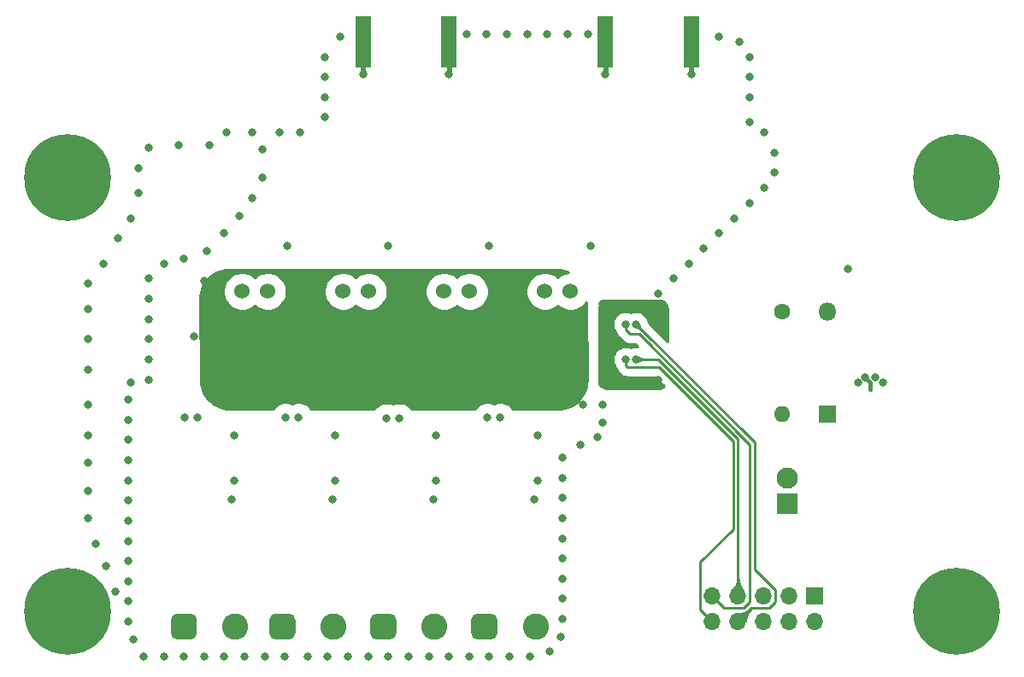
<source format=gbr>
G04 #@! TF.GenerationSoftware,KiCad,Pcbnew,5.1.6-c6e7f7d~87~ubuntu18.04.1*
G04 #@! TF.CreationDate,2021-01-06T16:55:31+00:00*
G04 #@! TF.ProjectId,multi-smtpa_linear,6d756c74-692d-4736-9d74-70615f6c696e,rev?*
G04 #@! TF.SameCoordinates,Original*
G04 #@! TF.FileFunction,Copper,L4,Bot*
G04 #@! TF.FilePolarity,Positive*
%FSLAX46Y46*%
G04 Gerber Fmt 4.6, Leading zero omitted, Abs format (unit mm)*
G04 Created by KiCad (PCBNEW 5.1.6-c6e7f7d~87~ubuntu18.04.1) date 2021-01-06 16:55:31*
%MOMM*%
%LPD*%
G01*
G04 APERTURE LIST*
G04 #@! TA.AperFunction,ComponentPad*
%ADD10C,1.524000*%
G04 #@! TD*
G04 #@! TA.AperFunction,ComponentPad*
%ADD11O,1.700000X1.700000*%
G04 #@! TD*
G04 #@! TA.AperFunction,ComponentPad*
%ADD12R,1.700000X1.700000*%
G04 #@! TD*
G04 #@! TA.AperFunction,ComponentPad*
%ADD13O,1.600000X1.600000*%
G04 #@! TD*
G04 #@! TA.AperFunction,ComponentPad*
%ADD14C,1.600000*%
G04 #@! TD*
G04 #@! TA.AperFunction,ComponentPad*
%ADD15C,2.600000*%
G04 #@! TD*
G04 #@! TA.AperFunction,SMDPad,CuDef*
%ADD16R,1.500000X5.080000*%
G04 #@! TD*
G04 #@! TA.AperFunction,ComponentPad*
%ADD17C,0.900000*%
G04 #@! TD*
G04 #@! TA.AperFunction,ComponentPad*
%ADD18C,8.600000*%
G04 #@! TD*
G04 #@! TA.AperFunction,ComponentPad*
%ADD19C,2.100000*%
G04 #@! TD*
G04 #@! TA.AperFunction,ComponentPad*
%ADD20R,2.100000X2.100000*%
G04 #@! TD*
G04 #@! TA.AperFunction,ComponentPad*
%ADD21O,1.800000X1.800000*%
G04 #@! TD*
G04 #@! TA.AperFunction,ComponentPad*
%ADD22R,1.800000X1.800000*%
G04 #@! TD*
G04 #@! TA.AperFunction,ViaPad*
%ADD23C,0.800000*%
G04 #@! TD*
G04 #@! TA.AperFunction,Conductor*
%ADD24C,0.450000*%
G04 #@! TD*
G04 #@! TA.AperFunction,Conductor*
%ADD25C,0.250000*%
G04 #@! TD*
G04 #@! TA.AperFunction,Conductor*
%ADD26C,0.254000*%
G04 #@! TD*
G04 #@! TA.AperFunction,Conductor*
%ADD27C,0.025400*%
G04 #@! TD*
G04 APERTURE END LIST*
D10*
X155790000Y-67250000D03*
X153250000Y-67250000D03*
X155790000Y-77250000D03*
X153250000Y-77250000D03*
X150710000Y-77250000D03*
X145790000Y-67250000D03*
X143250000Y-67250000D03*
X145790000Y-77250000D03*
X143250000Y-77250000D03*
X140710000Y-77250000D03*
X135790000Y-67250000D03*
X133250000Y-67250000D03*
X135790000Y-77250000D03*
X133250000Y-77250000D03*
X130710000Y-77250000D03*
X125790000Y-67250000D03*
X123250000Y-67250000D03*
X125790000Y-77250000D03*
X123250000Y-77250000D03*
X120710000Y-77250000D03*
D11*
X169840000Y-100000000D03*
X169840000Y-97460000D03*
X172380000Y-100000000D03*
X172380000Y-97460000D03*
X174920000Y-100000000D03*
X174920000Y-97460000D03*
X177460000Y-100000000D03*
X177460000Y-97460000D03*
X180000000Y-100000000D03*
D12*
X180000000Y-97460000D03*
D13*
X176750000Y-79410000D03*
D14*
X176750000Y-69250000D03*
G04 #@! TA.AperFunction,ComponentPad*
G36*
G01*
X145950000Y-101150000D02*
X145950000Y-99850000D01*
G75*
G02*
X146600000Y-99200000I650000J0D01*
G01*
X147900000Y-99200000D01*
G75*
G02*
X148550000Y-99850000I0J-650000D01*
G01*
X148550000Y-101150000D01*
G75*
G02*
X147900000Y-101800000I-650000J0D01*
G01*
X146600000Y-101800000D01*
G75*
G02*
X145950000Y-101150000I0J650000D01*
G01*
G37*
G04 #@! TD.AperFunction*
D15*
X152330000Y-100500000D03*
G04 #@! TA.AperFunction,ComponentPad*
G36*
G01*
X135950000Y-101150000D02*
X135950000Y-99850000D01*
G75*
G02*
X136600000Y-99200000I650000J0D01*
G01*
X137900000Y-99200000D01*
G75*
G02*
X138550000Y-99850000I0J-650000D01*
G01*
X138550000Y-101150000D01*
G75*
G02*
X137900000Y-101800000I-650000J0D01*
G01*
X136600000Y-101800000D01*
G75*
G02*
X135950000Y-101150000I0J650000D01*
G01*
G37*
G04 #@! TD.AperFunction*
X142330000Y-100500000D03*
G04 #@! TA.AperFunction,ComponentPad*
G36*
G01*
X125950000Y-101150000D02*
X125950000Y-99850000D01*
G75*
G02*
X126600000Y-99200000I650000J0D01*
G01*
X127900000Y-99200000D01*
G75*
G02*
X128550000Y-99850000I0J-650000D01*
G01*
X128550000Y-101150000D01*
G75*
G02*
X127900000Y-101800000I-650000J0D01*
G01*
X126600000Y-101800000D01*
G75*
G02*
X125950000Y-101150000I0J650000D01*
G01*
G37*
G04 #@! TD.AperFunction*
X132330000Y-100500000D03*
G04 #@! TA.AperFunction,ComponentPad*
G36*
G01*
X116200000Y-101150000D02*
X116200000Y-99850000D01*
G75*
G02*
X116850000Y-99200000I650000J0D01*
G01*
X118150000Y-99200000D01*
G75*
G02*
X118800000Y-99850000I0J-650000D01*
G01*
X118800000Y-101150000D01*
G75*
G02*
X118150000Y-101800000I-650000J0D01*
G01*
X116850000Y-101800000D01*
G75*
G02*
X116200000Y-101150000I0J650000D01*
G01*
G37*
G04 #@! TD.AperFunction*
X122580000Y-100500000D03*
D16*
X167750000Y-42500000D03*
X159250000Y-42500000D03*
D17*
X108280419Y-53719581D03*
X106000000Y-52775000D03*
X103719581Y-53719581D03*
X102775000Y-56000000D03*
X103719581Y-58280419D03*
X106000000Y-59225000D03*
X108280419Y-58280419D03*
X109225000Y-56000000D03*
D18*
X106000000Y-56000000D03*
D17*
X196280419Y-53719581D03*
X194000000Y-52775000D03*
X191719581Y-53719581D03*
X190775000Y-56000000D03*
X191719581Y-58280419D03*
X194000000Y-59225000D03*
X196280419Y-58280419D03*
X197225000Y-56000000D03*
D18*
X194000000Y-56000000D03*
D17*
X108280419Y-96719581D03*
X106000000Y-95775000D03*
X103719581Y-96719581D03*
X102775000Y-99000000D03*
X103719581Y-101280419D03*
X106000000Y-102225000D03*
X108280419Y-101280419D03*
X109225000Y-99000000D03*
D18*
X106000000Y-99000000D03*
D17*
X196280419Y-96719581D03*
X194000000Y-95775000D03*
X191719581Y-96719581D03*
X190775000Y-99000000D03*
X191719581Y-101280419D03*
X194000000Y-102225000D03*
X196280419Y-101280419D03*
X197225000Y-99000000D03*
D18*
X194000000Y-99000000D03*
D16*
X135250000Y-42500000D03*
X143750000Y-42500000D03*
D19*
X177250000Y-85810000D03*
D20*
X177250000Y-88350000D03*
D21*
X181250000Y-69250000D03*
D22*
X181250000Y-79410000D03*
D23*
X159000000Y-74500000D03*
X159000000Y-76500000D03*
X159000000Y-78500000D03*
X159000000Y-72500000D03*
X155000000Y-85750000D03*
X155000000Y-83750000D03*
X155000000Y-97750000D03*
X155000000Y-93750000D03*
X155000000Y-99750000D03*
X154800000Y-101500000D03*
X155000000Y-95750000D03*
X155000000Y-91750000D03*
X155000000Y-87750000D03*
X155000000Y-89750000D03*
X149750000Y-103500000D03*
X153700000Y-103000000D03*
X147750000Y-103500000D03*
X145750000Y-103500000D03*
X151750000Y-103500000D03*
X133750000Y-103500000D03*
X137750000Y-103500000D03*
X131750000Y-103500000D03*
X129750000Y-103500000D03*
X135750000Y-103500000D03*
X139750000Y-103500000D03*
X143750000Y-103500000D03*
X141750000Y-103500000D03*
X123500000Y-103500000D03*
X121500000Y-103500000D03*
X119500000Y-103500000D03*
X117500000Y-103500000D03*
X113500000Y-103500000D03*
X115500000Y-103500000D03*
X112000000Y-100000000D03*
X114000000Y-53000000D03*
X132200000Y-87900000D03*
X142200000Y-87900000D03*
X152200000Y-87900000D03*
X127750000Y-62750000D03*
X137750000Y-62750000D03*
X147750000Y-62750000D03*
X157750000Y-62750000D03*
X119500000Y-66250000D03*
X118500000Y-71750000D03*
X149500000Y-66250000D03*
X148750000Y-71750000D03*
X139500000Y-66250000D03*
X138750000Y-71750000D03*
X128500000Y-71750000D03*
X129500000Y-66250000D03*
X183250000Y-65000000D03*
X155500000Y-41750000D03*
X153500000Y-41750000D03*
X151500000Y-41750000D03*
X149500000Y-41750000D03*
X145500000Y-41750000D03*
X147500000Y-41750000D03*
X124000000Y-71000000D03*
X123000000Y-71000000D03*
X133000000Y-71000000D03*
X134000000Y-71000000D03*
X143200000Y-71000000D03*
X144200000Y-71000000D03*
X153000000Y-71000000D03*
X154000000Y-71000000D03*
X122200000Y-87900000D03*
X124600000Y-73600000D03*
X134600000Y-73600000D03*
X144800000Y-73600000D03*
X154600000Y-73600000D03*
X112000000Y-98000000D03*
X112000000Y-96000000D03*
X112000000Y-94000000D03*
X112000000Y-92000000D03*
X112000000Y-90000000D03*
X112000000Y-88000000D03*
X112000000Y-86000000D03*
X112000000Y-84000000D03*
X112000000Y-82000000D03*
X112000000Y-80000000D03*
X112000000Y-78000000D03*
X112250000Y-76250000D03*
X114000000Y-76000000D03*
X114000000Y-74000000D03*
X114000000Y-72000000D03*
X114000000Y-70000000D03*
X114000000Y-68000000D03*
X114000000Y-66000000D03*
X115500000Y-64500000D03*
X117500000Y-64000000D03*
X125250000Y-53200000D03*
X124250000Y-51500000D03*
X120000000Y-52750000D03*
X117000000Y-52750000D03*
X113000000Y-55000000D03*
X113000000Y-57500000D03*
X112250000Y-60000000D03*
X111000000Y-62000000D03*
X109500000Y-64500000D03*
X108000000Y-66500000D03*
X154500000Y-76000000D03*
X157000000Y-78500000D03*
X154500000Y-78500000D03*
X157000000Y-76000000D03*
X152000000Y-76000000D03*
X152000000Y-78500000D03*
X142000000Y-78500000D03*
X144500000Y-78500000D03*
X144500000Y-76000000D03*
X142000000Y-76000000D03*
X132000000Y-78500000D03*
X134500000Y-78500000D03*
X134500000Y-76000000D03*
X132000000Y-76000000D03*
X122000000Y-78500000D03*
X124500000Y-78500000D03*
X124500000Y-76000000D03*
X122000000Y-76000000D03*
X108000000Y-69000000D03*
X110750000Y-97000000D03*
X109750000Y-94500000D03*
X108750000Y-92250000D03*
X108000000Y-89750000D03*
X108000000Y-87000000D03*
X108000000Y-84250000D03*
X108000000Y-81500000D03*
X108000000Y-78500000D03*
X108000000Y-75000000D03*
X108000000Y-72000000D03*
X125500000Y-103500000D03*
X127500000Y-103500000D03*
X112500000Y-101750000D03*
X156750000Y-82500000D03*
X158500000Y-81750000D03*
X159000000Y-80250000D03*
X159250000Y-45750000D03*
X167750000Y-45750000D03*
X157500000Y-41750000D03*
X143750000Y-45750000D03*
X135250000Y-45750000D03*
X119750000Y-63250000D03*
X121500000Y-61500000D03*
X125300000Y-56000000D03*
X124250000Y-58000000D03*
X123000000Y-59750000D03*
X121750000Y-51500000D03*
X159000000Y-70500000D03*
X159000000Y-68500000D03*
X161000000Y-68500000D03*
X163000000Y-68500000D03*
X164500000Y-67500000D03*
X166000000Y-66000000D03*
X167500000Y-64500000D03*
X169000000Y-63000000D03*
X170500000Y-61500000D03*
X172000000Y-60000000D03*
X173500000Y-58500000D03*
X175000000Y-57000000D03*
X176000000Y-55500000D03*
X176000000Y-53500000D03*
X175000000Y-51500000D03*
X165000000Y-69500000D03*
X165000000Y-71500000D03*
X161000000Y-76500000D03*
X163000000Y-76500000D03*
X164500000Y-76000000D03*
X122500000Y-81500000D03*
X132500000Y-81500000D03*
X142500000Y-81500000D03*
X152500000Y-81500000D03*
X127000000Y-51500000D03*
X129000000Y-51500000D03*
X131500000Y-50000000D03*
X131500000Y-48000000D03*
X131500000Y-46000000D03*
X131500000Y-44000000D03*
X133000000Y-42000000D03*
X173500000Y-50500000D03*
X173500000Y-48000000D03*
X173500000Y-46000000D03*
X173500000Y-44000000D03*
X172500000Y-42500000D03*
X170500000Y-42000000D03*
X185000000Y-75750000D03*
X186000000Y-75750000D03*
X184250000Y-76250000D03*
X186750000Y-76250000D03*
X122500000Y-86000000D03*
X132500000Y-86000000D03*
X142500000Y-86000000D03*
X152500000Y-86000000D03*
X127571500Y-79794100D03*
X128841500Y-79794100D03*
X147561300Y-79794100D03*
X148831300Y-79794100D03*
X118821200Y-79794100D03*
X117563900Y-79794100D03*
X137553700Y-79806800D03*
X138849100Y-79806800D03*
X161250000Y-74000000D03*
X161250000Y-70500000D03*
X162250000Y-70500000D03*
X162250000Y-74000000D03*
D24*
X159250000Y-45750000D02*
X159250000Y-42500000D01*
X167750000Y-42500000D02*
X167750000Y-45750000D01*
X143750000Y-45750000D02*
X143750000Y-42500000D01*
X135250000Y-42500000D02*
X135250000Y-45750000D01*
X185000000Y-75750000D02*
X185500000Y-76250000D01*
X185500000Y-76250000D02*
X185500000Y-77000000D01*
D25*
X161434315Y-74750000D02*
X164590770Y-74750000D01*
X161250000Y-74000000D02*
X161250000Y-74565685D01*
X161250000Y-74565685D02*
X161434315Y-74750000D01*
X164590770Y-74750000D02*
X171929990Y-82089220D01*
X171929990Y-82089220D02*
X171929990Y-90820010D01*
X168664999Y-98824999D02*
X169840000Y-100000000D01*
X168664999Y-94085001D02*
X168664999Y-98824999D01*
X171929990Y-90820010D02*
X168664999Y-94085001D01*
X161684315Y-71500000D02*
X162613590Y-71500000D01*
X161250000Y-70500000D02*
X161250000Y-71065685D01*
X161250000Y-71065685D02*
X161684315Y-71500000D01*
X173555001Y-82441411D02*
X162613590Y-71500000D01*
X173555001Y-98024001D02*
X173555001Y-82441411D01*
X172944001Y-98635001D02*
X173555001Y-98024001D01*
X171015001Y-98635001D02*
X172944001Y-98635001D01*
X169840000Y-97460000D02*
X171015001Y-98635001D01*
X175484001Y-98635001D02*
X173744999Y-98635001D01*
X173744999Y-98635001D02*
X172380000Y-100000000D01*
X176095001Y-98024001D02*
X175484001Y-98635001D01*
X176095001Y-96895999D02*
X174005011Y-94806009D01*
X176095001Y-98024001D02*
X176095001Y-96895999D01*
X174005011Y-94806009D02*
X174005011Y-82255011D01*
X174005011Y-82255011D02*
X162250000Y-70500000D01*
X172380000Y-97460000D02*
X172380000Y-81902820D01*
X172380000Y-81902820D02*
X164477180Y-74000000D01*
X164477180Y-74000000D02*
X162250000Y-74000000D01*
D26*
G36*
X154460978Y-65125270D02*
G01*
X154784173Y-65143495D01*
X155099836Y-65196977D01*
X155407572Y-65285246D01*
X155595504Y-65362680D01*
X155238999Y-65433593D01*
X154895223Y-65575990D01*
X154585833Y-65782718D01*
X154520000Y-65848551D01*
X154454167Y-65782718D01*
X154144777Y-65575990D01*
X153801001Y-65433593D01*
X153436050Y-65361000D01*
X153063950Y-65361000D01*
X152698999Y-65433593D01*
X152355223Y-65575990D01*
X152045833Y-65782718D01*
X151782718Y-66045833D01*
X151575990Y-66355223D01*
X151433593Y-66698999D01*
X151361000Y-67063950D01*
X151361000Y-67436050D01*
X151433593Y-67801001D01*
X151575990Y-68144777D01*
X151782718Y-68454167D01*
X152045833Y-68717282D01*
X152355223Y-68924010D01*
X152698999Y-69066407D01*
X153063950Y-69139000D01*
X153436050Y-69139000D01*
X153801001Y-69066407D01*
X154144777Y-68924010D01*
X154454167Y-68717282D01*
X154520000Y-68651449D01*
X154585833Y-68717282D01*
X154895223Y-68924010D01*
X155238999Y-69066407D01*
X155603950Y-69139000D01*
X155976050Y-69139000D01*
X156341001Y-69066407D01*
X156684777Y-68924010D01*
X156994167Y-68717282D01*
X157257282Y-68454167D01*
X157339044Y-68331802D01*
X157409705Y-76013036D01*
X157394225Y-76340408D01*
X157342531Y-76660427D01*
X157255115Y-76972581D01*
X157133091Y-77272896D01*
X156978010Y-77557552D01*
X156791844Y-77822928D01*
X156576966Y-78065643D01*
X156336114Y-78282603D01*
X156072361Y-78471041D01*
X155789040Y-78628576D01*
X155489785Y-78753185D01*
X155178408Y-78843284D01*
X154858842Y-78897734D01*
X154531601Y-78916035D01*
X150079373Y-78913445D01*
X150017399Y-78820694D01*
X149804706Y-78608001D01*
X149554606Y-78440890D01*
X149276710Y-78325781D01*
X148981696Y-78267100D01*
X148680904Y-78267100D01*
X148385890Y-78325781D01*
X148196300Y-78404312D01*
X148006710Y-78325781D01*
X147711696Y-78267100D01*
X147410904Y-78267100D01*
X147115890Y-78325781D01*
X146837994Y-78440890D01*
X146587894Y-78608001D01*
X146375201Y-78820694D01*
X146314691Y-78911254D01*
X140084801Y-78907629D01*
X140035199Y-78833394D01*
X139822506Y-78620701D01*
X139572406Y-78453590D01*
X139294510Y-78338481D01*
X138999496Y-78279800D01*
X138698704Y-78279800D01*
X138403690Y-78338481D01*
X138201400Y-78422273D01*
X137999110Y-78338481D01*
X137704096Y-78279800D01*
X137403304Y-78279800D01*
X137108290Y-78338481D01*
X136830394Y-78453590D01*
X136580294Y-78620701D01*
X136367601Y-78833394D01*
X136319462Y-78905439D01*
X130081798Y-78901809D01*
X130027599Y-78820694D01*
X129814906Y-78608001D01*
X129564806Y-78440890D01*
X129286910Y-78325781D01*
X128991896Y-78267100D01*
X128691104Y-78267100D01*
X128396090Y-78325781D01*
X128206500Y-78404312D01*
X128016910Y-78325781D01*
X127721896Y-78267100D01*
X127421104Y-78267100D01*
X127126090Y-78325781D01*
X126848194Y-78440890D01*
X126598094Y-78608001D01*
X126385401Y-78820694D01*
X126332659Y-78899628D01*
X122039022Y-78897130D01*
X121715827Y-78878905D01*
X121400164Y-78825423D01*
X121092428Y-78737154D01*
X120796410Y-78615185D01*
X120515811Y-78461040D01*
X120254108Y-78276632D01*
X120014533Y-78064235D01*
X119800096Y-77826518D01*
X119613433Y-77566404D01*
X119456877Y-77287147D01*
X119332363Y-76992191D01*
X119241443Y-76685217D01*
X119185244Y-76370033D01*
X119164235Y-76047026D01*
X119090295Y-68009364D01*
X119105775Y-67681992D01*
X119157469Y-67361973D01*
X119240927Y-67063950D01*
X121361000Y-67063950D01*
X121361000Y-67436050D01*
X121433593Y-67801001D01*
X121575990Y-68144777D01*
X121782718Y-68454167D01*
X122045833Y-68717282D01*
X122355223Y-68924010D01*
X122698999Y-69066407D01*
X123063950Y-69139000D01*
X123436050Y-69139000D01*
X123801001Y-69066407D01*
X124144777Y-68924010D01*
X124454167Y-68717282D01*
X124520000Y-68651449D01*
X124585833Y-68717282D01*
X124895223Y-68924010D01*
X125238999Y-69066407D01*
X125603950Y-69139000D01*
X125976050Y-69139000D01*
X126341001Y-69066407D01*
X126684777Y-68924010D01*
X126994167Y-68717282D01*
X127257282Y-68454167D01*
X127464010Y-68144777D01*
X127606407Y-67801001D01*
X127679000Y-67436050D01*
X127679000Y-67063950D01*
X131361000Y-67063950D01*
X131361000Y-67436050D01*
X131433593Y-67801001D01*
X131575990Y-68144777D01*
X131782718Y-68454167D01*
X132045833Y-68717282D01*
X132355223Y-68924010D01*
X132698999Y-69066407D01*
X133063950Y-69139000D01*
X133436050Y-69139000D01*
X133801001Y-69066407D01*
X134144777Y-68924010D01*
X134454167Y-68717282D01*
X134520000Y-68651449D01*
X134585833Y-68717282D01*
X134895223Y-68924010D01*
X135238999Y-69066407D01*
X135603950Y-69139000D01*
X135976050Y-69139000D01*
X136341001Y-69066407D01*
X136684777Y-68924010D01*
X136994167Y-68717282D01*
X137257282Y-68454167D01*
X137464010Y-68144777D01*
X137606407Y-67801001D01*
X137679000Y-67436050D01*
X137679000Y-67063950D01*
X141361000Y-67063950D01*
X141361000Y-67436050D01*
X141433593Y-67801001D01*
X141575990Y-68144777D01*
X141782718Y-68454167D01*
X142045833Y-68717282D01*
X142355223Y-68924010D01*
X142698999Y-69066407D01*
X143063950Y-69139000D01*
X143436050Y-69139000D01*
X143801001Y-69066407D01*
X144144777Y-68924010D01*
X144454167Y-68717282D01*
X144520000Y-68651449D01*
X144585833Y-68717282D01*
X144895223Y-68924010D01*
X145238999Y-69066407D01*
X145603950Y-69139000D01*
X145976050Y-69139000D01*
X146341001Y-69066407D01*
X146684777Y-68924010D01*
X146994167Y-68717282D01*
X147257282Y-68454167D01*
X147464010Y-68144777D01*
X147606407Y-67801001D01*
X147679000Y-67436050D01*
X147679000Y-67063950D01*
X147606407Y-66698999D01*
X147464010Y-66355223D01*
X147257282Y-66045833D01*
X146994167Y-65782718D01*
X146684777Y-65575990D01*
X146341001Y-65433593D01*
X145976050Y-65361000D01*
X145603950Y-65361000D01*
X145238999Y-65433593D01*
X144895223Y-65575990D01*
X144585833Y-65782718D01*
X144520000Y-65848551D01*
X144454167Y-65782718D01*
X144144777Y-65575990D01*
X143801001Y-65433593D01*
X143436050Y-65361000D01*
X143063950Y-65361000D01*
X142698999Y-65433593D01*
X142355223Y-65575990D01*
X142045833Y-65782718D01*
X141782718Y-66045833D01*
X141575990Y-66355223D01*
X141433593Y-66698999D01*
X141361000Y-67063950D01*
X137679000Y-67063950D01*
X137606407Y-66698999D01*
X137464010Y-66355223D01*
X137257282Y-66045833D01*
X136994167Y-65782718D01*
X136684777Y-65575990D01*
X136341001Y-65433593D01*
X135976050Y-65361000D01*
X135603950Y-65361000D01*
X135238999Y-65433593D01*
X134895223Y-65575990D01*
X134585833Y-65782718D01*
X134520000Y-65848551D01*
X134454167Y-65782718D01*
X134144777Y-65575990D01*
X133801001Y-65433593D01*
X133436050Y-65361000D01*
X133063950Y-65361000D01*
X132698999Y-65433593D01*
X132355223Y-65575990D01*
X132045833Y-65782718D01*
X131782718Y-66045833D01*
X131575990Y-66355223D01*
X131433593Y-66698999D01*
X131361000Y-67063950D01*
X127679000Y-67063950D01*
X127606407Y-66698999D01*
X127464010Y-66355223D01*
X127257282Y-66045833D01*
X126994167Y-65782718D01*
X126684777Y-65575990D01*
X126341001Y-65433593D01*
X125976050Y-65361000D01*
X125603950Y-65361000D01*
X125238999Y-65433593D01*
X124895223Y-65575990D01*
X124585833Y-65782718D01*
X124520000Y-65848551D01*
X124454167Y-65782718D01*
X124144777Y-65575990D01*
X123801001Y-65433593D01*
X123436050Y-65361000D01*
X123063950Y-65361000D01*
X122698999Y-65433593D01*
X122355223Y-65575990D01*
X122045833Y-65782718D01*
X121782718Y-66045833D01*
X121575990Y-66355223D01*
X121433593Y-66698999D01*
X121361000Y-67063950D01*
X119240927Y-67063950D01*
X119244885Y-67049819D01*
X119366909Y-66749504D01*
X119521990Y-66464848D01*
X119708156Y-66199472D01*
X119923034Y-65956757D01*
X120163886Y-65739797D01*
X120427639Y-65551359D01*
X120710960Y-65393824D01*
X121010215Y-65269215D01*
X121321592Y-65179116D01*
X121641158Y-65124666D01*
X121968399Y-65106365D01*
X154460978Y-65125270D01*
G37*
X154460978Y-65125270D02*
X154784173Y-65143495D01*
X155099836Y-65196977D01*
X155407572Y-65285246D01*
X155595504Y-65362680D01*
X155238999Y-65433593D01*
X154895223Y-65575990D01*
X154585833Y-65782718D01*
X154520000Y-65848551D01*
X154454167Y-65782718D01*
X154144777Y-65575990D01*
X153801001Y-65433593D01*
X153436050Y-65361000D01*
X153063950Y-65361000D01*
X152698999Y-65433593D01*
X152355223Y-65575990D01*
X152045833Y-65782718D01*
X151782718Y-66045833D01*
X151575990Y-66355223D01*
X151433593Y-66698999D01*
X151361000Y-67063950D01*
X151361000Y-67436050D01*
X151433593Y-67801001D01*
X151575990Y-68144777D01*
X151782718Y-68454167D01*
X152045833Y-68717282D01*
X152355223Y-68924010D01*
X152698999Y-69066407D01*
X153063950Y-69139000D01*
X153436050Y-69139000D01*
X153801001Y-69066407D01*
X154144777Y-68924010D01*
X154454167Y-68717282D01*
X154520000Y-68651449D01*
X154585833Y-68717282D01*
X154895223Y-68924010D01*
X155238999Y-69066407D01*
X155603950Y-69139000D01*
X155976050Y-69139000D01*
X156341001Y-69066407D01*
X156684777Y-68924010D01*
X156994167Y-68717282D01*
X157257282Y-68454167D01*
X157339044Y-68331802D01*
X157409705Y-76013036D01*
X157394225Y-76340408D01*
X157342531Y-76660427D01*
X157255115Y-76972581D01*
X157133091Y-77272896D01*
X156978010Y-77557552D01*
X156791844Y-77822928D01*
X156576966Y-78065643D01*
X156336114Y-78282603D01*
X156072361Y-78471041D01*
X155789040Y-78628576D01*
X155489785Y-78753185D01*
X155178408Y-78843284D01*
X154858842Y-78897734D01*
X154531601Y-78916035D01*
X150079373Y-78913445D01*
X150017399Y-78820694D01*
X149804706Y-78608001D01*
X149554606Y-78440890D01*
X149276710Y-78325781D01*
X148981696Y-78267100D01*
X148680904Y-78267100D01*
X148385890Y-78325781D01*
X148196300Y-78404312D01*
X148006710Y-78325781D01*
X147711696Y-78267100D01*
X147410904Y-78267100D01*
X147115890Y-78325781D01*
X146837994Y-78440890D01*
X146587894Y-78608001D01*
X146375201Y-78820694D01*
X146314691Y-78911254D01*
X140084801Y-78907629D01*
X140035199Y-78833394D01*
X139822506Y-78620701D01*
X139572406Y-78453590D01*
X139294510Y-78338481D01*
X138999496Y-78279800D01*
X138698704Y-78279800D01*
X138403690Y-78338481D01*
X138201400Y-78422273D01*
X137999110Y-78338481D01*
X137704096Y-78279800D01*
X137403304Y-78279800D01*
X137108290Y-78338481D01*
X136830394Y-78453590D01*
X136580294Y-78620701D01*
X136367601Y-78833394D01*
X136319462Y-78905439D01*
X130081798Y-78901809D01*
X130027599Y-78820694D01*
X129814906Y-78608001D01*
X129564806Y-78440890D01*
X129286910Y-78325781D01*
X128991896Y-78267100D01*
X128691104Y-78267100D01*
X128396090Y-78325781D01*
X128206500Y-78404312D01*
X128016910Y-78325781D01*
X127721896Y-78267100D01*
X127421104Y-78267100D01*
X127126090Y-78325781D01*
X126848194Y-78440890D01*
X126598094Y-78608001D01*
X126385401Y-78820694D01*
X126332659Y-78899628D01*
X122039022Y-78897130D01*
X121715827Y-78878905D01*
X121400164Y-78825423D01*
X121092428Y-78737154D01*
X120796410Y-78615185D01*
X120515811Y-78461040D01*
X120254108Y-78276632D01*
X120014533Y-78064235D01*
X119800096Y-77826518D01*
X119613433Y-77566404D01*
X119456877Y-77287147D01*
X119332363Y-76992191D01*
X119241443Y-76685217D01*
X119185244Y-76370033D01*
X119164235Y-76047026D01*
X119090295Y-68009364D01*
X119105775Y-67681992D01*
X119157469Y-67361973D01*
X119240927Y-67063950D01*
X121361000Y-67063950D01*
X121361000Y-67436050D01*
X121433593Y-67801001D01*
X121575990Y-68144777D01*
X121782718Y-68454167D01*
X122045833Y-68717282D01*
X122355223Y-68924010D01*
X122698999Y-69066407D01*
X123063950Y-69139000D01*
X123436050Y-69139000D01*
X123801001Y-69066407D01*
X124144777Y-68924010D01*
X124454167Y-68717282D01*
X124520000Y-68651449D01*
X124585833Y-68717282D01*
X124895223Y-68924010D01*
X125238999Y-69066407D01*
X125603950Y-69139000D01*
X125976050Y-69139000D01*
X126341001Y-69066407D01*
X126684777Y-68924010D01*
X126994167Y-68717282D01*
X127257282Y-68454167D01*
X127464010Y-68144777D01*
X127606407Y-67801001D01*
X127679000Y-67436050D01*
X127679000Y-67063950D01*
X131361000Y-67063950D01*
X131361000Y-67436050D01*
X131433593Y-67801001D01*
X131575990Y-68144777D01*
X131782718Y-68454167D01*
X132045833Y-68717282D01*
X132355223Y-68924010D01*
X132698999Y-69066407D01*
X133063950Y-69139000D01*
X133436050Y-69139000D01*
X133801001Y-69066407D01*
X134144777Y-68924010D01*
X134454167Y-68717282D01*
X134520000Y-68651449D01*
X134585833Y-68717282D01*
X134895223Y-68924010D01*
X135238999Y-69066407D01*
X135603950Y-69139000D01*
X135976050Y-69139000D01*
X136341001Y-69066407D01*
X136684777Y-68924010D01*
X136994167Y-68717282D01*
X137257282Y-68454167D01*
X137464010Y-68144777D01*
X137606407Y-67801001D01*
X137679000Y-67436050D01*
X137679000Y-67063950D01*
X141361000Y-67063950D01*
X141361000Y-67436050D01*
X141433593Y-67801001D01*
X141575990Y-68144777D01*
X141782718Y-68454167D01*
X142045833Y-68717282D01*
X142355223Y-68924010D01*
X142698999Y-69066407D01*
X143063950Y-69139000D01*
X143436050Y-69139000D01*
X143801001Y-69066407D01*
X144144777Y-68924010D01*
X144454167Y-68717282D01*
X144520000Y-68651449D01*
X144585833Y-68717282D01*
X144895223Y-68924010D01*
X145238999Y-69066407D01*
X145603950Y-69139000D01*
X145976050Y-69139000D01*
X146341001Y-69066407D01*
X146684777Y-68924010D01*
X146994167Y-68717282D01*
X147257282Y-68454167D01*
X147464010Y-68144777D01*
X147606407Y-67801001D01*
X147679000Y-67436050D01*
X147679000Y-67063950D01*
X147606407Y-66698999D01*
X147464010Y-66355223D01*
X147257282Y-66045833D01*
X146994167Y-65782718D01*
X146684777Y-65575990D01*
X146341001Y-65433593D01*
X145976050Y-65361000D01*
X145603950Y-65361000D01*
X145238999Y-65433593D01*
X144895223Y-65575990D01*
X144585833Y-65782718D01*
X144520000Y-65848551D01*
X144454167Y-65782718D01*
X144144777Y-65575990D01*
X143801001Y-65433593D01*
X143436050Y-65361000D01*
X143063950Y-65361000D01*
X142698999Y-65433593D01*
X142355223Y-65575990D01*
X142045833Y-65782718D01*
X141782718Y-66045833D01*
X141575990Y-66355223D01*
X141433593Y-66698999D01*
X141361000Y-67063950D01*
X137679000Y-67063950D01*
X137606407Y-66698999D01*
X137464010Y-66355223D01*
X137257282Y-66045833D01*
X136994167Y-65782718D01*
X136684777Y-65575990D01*
X136341001Y-65433593D01*
X135976050Y-65361000D01*
X135603950Y-65361000D01*
X135238999Y-65433593D01*
X134895223Y-65575990D01*
X134585833Y-65782718D01*
X134520000Y-65848551D01*
X134454167Y-65782718D01*
X134144777Y-65575990D01*
X133801001Y-65433593D01*
X133436050Y-65361000D01*
X133063950Y-65361000D01*
X132698999Y-65433593D01*
X132355223Y-65575990D01*
X132045833Y-65782718D01*
X131782718Y-66045833D01*
X131575990Y-66355223D01*
X131433593Y-66698999D01*
X131361000Y-67063950D01*
X127679000Y-67063950D01*
X127606407Y-66698999D01*
X127464010Y-66355223D01*
X127257282Y-66045833D01*
X126994167Y-65782718D01*
X126684777Y-65575990D01*
X126341001Y-65433593D01*
X125976050Y-65361000D01*
X125603950Y-65361000D01*
X125238999Y-65433593D01*
X124895223Y-65575990D01*
X124585833Y-65782718D01*
X124520000Y-65848551D01*
X124454167Y-65782718D01*
X124144777Y-65575990D01*
X123801001Y-65433593D01*
X123436050Y-65361000D01*
X123063950Y-65361000D01*
X122698999Y-65433593D01*
X122355223Y-65575990D01*
X122045833Y-65782718D01*
X121782718Y-66045833D01*
X121575990Y-66355223D01*
X121433593Y-66698999D01*
X121361000Y-67063950D01*
X119240927Y-67063950D01*
X119244885Y-67049819D01*
X119366909Y-66749504D01*
X119521990Y-66464848D01*
X119708156Y-66199472D01*
X119923034Y-65956757D01*
X120163886Y-65739797D01*
X120427639Y-65551359D01*
X120710960Y-65393824D01*
X121010215Y-65269215D01*
X121321592Y-65179116D01*
X121641158Y-65124666D01*
X121968399Y-65106365D01*
X154460978Y-65125270D01*
G36*
X164670189Y-68144376D02*
G01*
X164833850Y-68194022D01*
X164984672Y-68274638D01*
X165116870Y-68383130D01*
X165225362Y-68515328D01*
X165305978Y-68666150D01*
X165355624Y-68829811D01*
X165373000Y-69006234D01*
X165373000Y-72205959D01*
X163531023Y-70363982D01*
X163523372Y-70355986D01*
X163477926Y-70127513D01*
X163381663Y-69895114D01*
X163241911Y-69685960D01*
X163064040Y-69508089D01*
X162854886Y-69368337D01*
X162622487Y-69272074D01*
X162375774Y-69223000D01*
X162124226Y-69223000D01*
X161877513Y-69272074D01*
X161750000Y-69324892D01*
X161622487Y-69272074D01*
X161375774Y-69223000D01*
X161124226Y-69223000D01*
X160877513Y-69272074D01*
X160645114Y-69368337D01*
X160435960Y-69508089D01*
X160258089Y-69685960D01*
X160118337Y-69895114D01*
X160022074Y-70127513D01*
X159973000Y-70374226D01*
X159973000Y-70625774D01*
X160022074Y-70872487D01*
X160118337Y-71104886D01*
X160258089Y-71314040D01*
X160287030Y-71342981D01*
X160319794Y-71450988D01*
X160412837Y-71625060D01*
X160538052Y-71777634D01*
X160576286Y-71809012D01*
X160940983Y-72173709D01*
X160972366Y-72211949D01*
X161124940Y-72337164D01*
X161299011Y-72430206D01*
X161430592Y-72470121D01*
X161487888Y-72487502D01*
X161507927Y-72489476D01*
X161635092Y-72502000D01*
X161635098Y-72502000D01*
X161684314Y-72506847D01*
X161733530Y-72502000D01*
X162198549Y-72502000D01*
X162430418Y-72733869D01*
X162375774Y-72723000D01*
X162124226Y-72723000D01*
X161877513Y-72772074D01*
X161750000Y-72824892D01*
X161622487Y-72772074D01*
X161375774Y-72723000D01*
X161124226Y-72723000D01*
X160877513Y-72772074D01*
X160645114Y-72868337D01*
X160435960Y-73008089D01*
X160258089Y-73185960D01*
X160118337Y-73395114D01*
X160022074Y-73627513D01*
X159973000Y-73874226D01*
X159973000Y-74125774D01*
X160022074Y-74372487D01*
X160118337Y-74604886D01*
X160258089Y-74814040D01*
X160287030Y-74842981D01*
X160319794Y-74950988D01*
X160402497Y-75105715D01*
X160412837Y-75125060D01*
X160538052Y-75277634D01*
X160576286Y-75309012D01*
X160690983Y-75423709D01*
X160722366Y-75461949D01*
X160874940Y-75587164D01*
X161049011Y-75680206D01*
X161237889Y-75737502D01*
X161434315Y-75756848D01*
X161483538Y-75752000D01*
X164175729Y-75752000D01*
X165074978Y-76651250D01*
X164984672Y-76725362D01*
X164833850Y-76805978D01*
X164670189Y-76855624D01*
X164493766Y-76873000D01*
X159506234Y-76873000D01*
X159329811Y-76855624D01*
X159166150Y-76805978D01*
X159015328Y-76725362D01*
X158883130Y-76616870D01*
X158774638Y-76484672D01*
X158694022Y-76333850D01*
X158644376Y-76170189D01*
X158627000Y-75993766D01*
X158627000Y-69006234D01*
X158644376Y-68829811D01*
X158694022Y-68666150D01*
X158774638Y-68515328D01*
X158883130Y-68383130D01*
X159015328Y-68274638D01*
X159166150Y-68194022D01*
X159329811Y-68144376D01*
X159506234Y-68127000D01*
X164493766Y-68127000D01*
X164670189Y-68144376D01*
G37*
X164670189Y-68144376D02*
X164833850Y-68194022D01*
X164984672Y-68274638D01*
X165116870Y-68383130D01*
X165225362Y-68515328D01*
X165305978Y-68666150D01*
X165355624Y-68829811D01*
X165373000Y-69006234D01*
X165373000Y-72205959D01*
X163531023Y-70363982D01*
X163523372Y-70355986D01*
X163477926Y-70127513D01*
X163381663Y-69895114D01*
X163241911Y-69685960D01*
X163064040Y-69508089D01*
X162854886Y-69368337D01*
X162622487Y-69272074D01*
X162375774Y-69223000D01*
X162124226Y-69223000D01*
X161877513Y-69272074D01*
X161750000Y-69324892D01*
X161622487Y-69272074D01*
X161375774Y-69223000D01*
X161124226Y-69223000D01*
X160877513Y-69272074D01*
X160645114Y-69368337D01*
X160435960Y-69508089D01*
X160258089Y-69685960D01*
X160118337Y-69895114D01*
X160022074Y-70127513D01*
X159973000Y-70374226D01*
X159973000Y-70625774D01*
X160022074Y-70872487D01*
X160118337Y-71104886D01*
X160258089Y-71314040D01*
X160287030Y-71342981D01*
X160319794Y-71450988D01*
X160412837Y-71625060D01*
X160538052Y-71777634D01*
X160576286Y-71809012D01*
X160940983Y-72173709D01*
X160972366Y-72211949D01*
X161124940Y-72337164D01*
X161299011Y-72430206D01*
X161430592Y-72470121D01*
X161487888Y-72487502D01*
X161507927Y-72489476D01*
X161635092Y-72502000D01*
X161635098Y-72502000D01*
X161684314Y-72506847D01*
X161733530Y-72502000D01*
X162198549Y-72502000D01*
X162430418Y-72733869D01*
X162375774Y-72723000D01*
X162124226Y-72723000D01*
X161877513Y-72772074D01*
X161750000Y-72824892D01*
X161622487Y-72772074D01*
X161375774Y-72723000D01*
X161124226Y-72723000D01*
X160877513Y-72772074D01*
X160645114Y-72868337D01*
X160435960Y-73008089D01*
X160258089Y-73185960D01*
X160118337Y-73395114D01*
X160022074Y-73627513D01*
X159973000Y-73874226D01*
X159973000Y-74125774D01*
X160022074Y-74372487D01*
X160118337Y-74604886D01*
X160258089Y-74814040D01*
X160287030Y-74842981D01*
X160319794Y-74950988D01*
X160402497Y-75105715D01*
X160412837Y-75125060D01*
X160538052Y-75277634D01*
X160576286Y-75309012D01*
X160690983Y-75423709D01*
X160722366Y-75461949D01*
X160874940Y-75587164D01*
X161049011Y-75680206D01*
X161237889Y-75737502D01*
X161434315Y-75756848D01*
X161483538Y-75752000D01*
X164175729Y-75752000D01*
X165074978Y-76651250D01*
X164984672Y-76725362D01*
X164833850Y-76805978D01*
X164670189Y-76855624D01*
X164493766Y-76873000D01*
X159506234Y-76873000D01*
X159329811Y-76855624D01*
X159166150Y-76805978D01*
X159015328Y-76725362D01*
X158883130Y-76616870D01*
X158774638Y-76484672D01*
X158694022Y-76333850D01*
X158644376Y-76170189D01*
X158627000Y-75993766D01*
X158627000Y-69006234D01*
X158644376Y-68829811D01*
X158694022Y-68666150D01*
X158774638Y-68515328D01*
X158883130Y-68383130D01*
X159015328Y-68274638D01*
X159166150Y-68194022D01*
X159329811Y-68144376D01*
X159506234Y-68127000D01*
X164493766Y-68127000D01*
X164670189Y-68144376D01*
D27*
G36*
X159462849Y-45038100D02*
G01*
X159462852Y-45038283D01*
X159464502Y-45118174D01*
X159464508Y-45118398D01*
X159467258Y-45190158D01*
X159467272Y-45190439D01*
X159471122Y-45254069D01*
X159471149Y-45254430D01*
X159476099Y-45309930D01*
X159476151Y-45310411D01*
X159482201Y-45357780D01*
X159482305Y-45358448D01*
X159489455Y-45397686D01*
X159489673Y-45398664D01*
X159497923Y-45429773D01*
X159498436Y-45431305D01*
X159507786Y-45454282D01*
X159509164Y-45456805D01*
X159514949Y-45465023D01*
X159250000Y-45924574D01*
X158985051Y-45465023D01*
X158990836Y-45456804D01*
X158992213Y-45454282D01*
X159001563Y-45431305D01*
X159002076Y-45429773D01*
X159010326Y-45398664D01*
X159010544Y-45397686D01*
X159017694Y-45358448D01*
X159017798Y-45357780D01*
X159023848Y-45310411D01*
X159023900Y-45309930D01*
X159028850Y-45254430D01*
X159028877Y-45254069D01*
X159032727Y-45190439D01*
X159032741Y-45190158D01*
X159035491Y-45118398D01*
X159035497Y-45118174D01*
X159037147Y-45038283D01*
X159037150Y-45038100D01*
X159037622Y-44962700D01*
X159462378Y-44962700D01*
X159462849Y-45038100D01*
G37*
X159462849Y-45038100D02*
X159462852Y-45038283D01*
X159464502Y-45118174D01*
X159464508Y-45118398D01*
X159467258Y-45190158D01*
X159467272Y-45190439D01*
X159471122Y-45254069D01*
X159471149Y-45254430D01*
X159476099Y-45309930D01*
X159476151Y-45310411D01*
X159482201Y-45357780D01*
X159482305Y-45358448D01*
X159489455Y-45397686D01*
X159489673Y-45398664D01*
X159497923Y-45429773D01*
X159498436Y-45431305D01*
X159507786Y-45454282D01*
X159509164Y-45456805D01*
X159514949Y-45465023D01*
X159250000Y-45924574D01*
X158985051Y-45465023D01*
X158990836Y-45456804D01*
X158992213Y-45454282D01*
X159001563Y-45431305D01*
X159002076Y-45429773D01*
X159010326Y-45398664D01*
X159010544Y-45397686D01*
X159017694Y-45358448D01*
X159017798Y-45357780D01*
X159023848Y-45310411D01*
X159023900Y-45309930D01*
X159028850Y-45254430D01*
X159028877Y-45254069D01*
X159032727Y-45190439D01*
X159032741Y-45190158D01*
X159035491Y-45118398D01*
X159035497Y-45118174D01*
X159037147Y-45038283D01*
X159037150Y-45038100D01*
X159037622Y-44962700D01*
X159462378Y-44962700D01*
X159462849Y-45038100D01*
G36*
X159759364Y-43033913D02*
G01*
X159708611Y-43089629D01*
X159707730Y-43090709D01*
X159656730Y-43160809D01*
X159656013Y-43161912D01*
X159611013Y-43239537D01*
X159610453Y-43240618D01*
X159571453Y-43325769D01*
X159571036Y-43326797D01*
X159538036Y-43419474D01*
X159537737Y-43420430D01*
X159510737Y-43520632D01*
X159510535Y-43521506D01*
X159489535Y-43629233D01*
X159489406Y-43630024D01*
X159474406Y-43745278D01*
X159474334Y-43745989D01*
X159465334Y-43868767D01*
X159465303Y-43869403D01*
X159462589Y-43987300D01*
X159037411Y-43987300D01*
X159034697Y-43869403D01*
X159034666Y-43868767D01*
X159025666Y-43745989D01*
X159025594Y-43745278D01*
X159010594Y-43630024D01*
X159010465Y-43629233D01*
X158989465Y-43521506D01*
X158989263Y-43520632D01*
X158962263Y-43420430D01*
X158961964Y-43419474D01*
X158928964Y-43326797D01*
X158928547Y-43325769D01*
X158889547Y-43240618D01*
X158888987Y-43239537D01*
X158843987Y-43161912D01*
X158843270Y-43160809D01*
X158792270Y-43090709D01*
X158791389Y-43089629D01*
X158740636Y-43033913D01*
X159250000Y-42150426D01*
X159759364Y-43033913D01*
G37*
X159759364Y-43033913D02*
X159708611Y-43089629D01*
X159707730Y-43090709D01*
X159656730Y-43160809D01*
X159656013Y-43161912D01*
X159611013Y-43239537D01*
X159610453Y-43240618D01*
X159571453Y-43325769D01*
X159571036Y-43326797D01*
X159538036Y-43419474D01*
X159537737Y-43420430D01*
X159510737Y-43520632D01*
X159510535Y-43521506D01*
X159489535Y-43629233D01*
X159489406Y-43630024D01*
X159474406Y-43745278D01*
X159474334Y-43745989D01*
X159465334Y-43868767D01*
X159465303Y-43869403D01*
X159462589Y-43987300D01*
X159037411Y-43987300D01*
X159034697Y-43869403D01*
X159034666Y-43868767D01*
X159025666Y-43745989D01*
X159025594Y-43745278D01*
X159010594Y-43630024D01*
X159010465Y-43629233D01*
X158989465Y-43521506D01*
X158989263Y-43520632D01*
X158962263Y-43420430D01*
X158961964Y-43419474D01*
X158928964Y-43326797D01*
X158928547Y-43325769D01*
X158889547Y-43240618D01*
X158888987Y-43239537D01*
X158843987Y-43161912D01*
X158843270Y-43160809D01*
X158792270Y-43090709D01*
X158791389Y-43089629D01*
X158740636Y-43033913D01*
X159250000Y-42150426D01*
X159759364Y-43033913D01*
G36*
X167962849Y-45038100D02*
G01*
X167962852Y-45038283D01*
X167964502Y-45118174D01*
X167964508Y-45118398D01*
X167967258Y-45190158D01*
X167967272Y-45190439D01*
X167971122Y-45254069D01*
X167971149Y-45254430D01*
X167976099Y-45309930D01*
X167976151Y-45310411D01*
X167982201Y-45357780D01*
X167982305Y-45358448D01*
X167989455Y-45397686D01*
X167989673Y-45398664D01*
X167997923Y-45429773D01*
X167998436Y-45431305D01*
X168007786Y-45454282D01*
X168009164Y-45456805D01*
X168014949Y-45465023D01*
X167750000Y-45924574D01*
X167485051Y-45465023D01*
X167490836Y-45456804D01*
X167492213Y-45454282D01*
X167501563Y-45431305D01*
X167502076Y-45429773D01*
X167510326Y-45398664D01*
X167510544Y-45397686D01*
X167517694Y-45358448D01*
X167517798Y-45357780D01*
X167523848Y-45310411D01*
X167523900Y-45309930D01*
X167528850Y-45254430D01*
X167528877Y-45254069D01*
X167532727Y-45190439D01*
X167532741Y-45190158D01*
X167535491Y-45118398D01*
X167535497Y-45118174D01*
X167537147Y-45038283D01*
X167537150Y-45038100D01*
X167537622Y-44962700D01*
X167962378Y-44962700D01*
X167962849Y-45038100D01*
G37*
X167962849Y-45038100D02*
X167962852Y-45038283D01*
X167964502Y-45118174D01*
X167964508Y-45118398D01*
X167967258Y-45190158D01*
X167967272Y-45190439D01*
X167971122Y-45254069D01*
X167971149Y-45254430D01*
X167976099Y-45309930D01*
X167976151Y-45310411D01*
X167982201Y-45357780D01*
X167982305Y-45358448D01*
X167989455Y-45397686D01*
X167989673Y-45398664D01*
X167997923Y-45429773D01*
X167998436Y-45431305D01*
X168007786Y-45454282D01*
X168009164Y-45456805D01*
X168014949Y-45465023D01*
X167750000Y-45924574D01*
X167485051Y-45465023D01*
X167490836Y-45456804D01*
X167492213Y-45454282D01*
X167501563Y-45431305D01*
X167502076Y-45429773D01*
X167510326Y-45398664D01*
X167510544Y-45397686D01*
X167517694Y-45358448D01*
X167517798Y-45357780D01*
X167523848Y-45310411D01*
X167523900Y-45309930D01*
X167528850Y-45254430D01*
X167528877Y-45254069D01*
X167532727Y-45190439D01*
X167532741Y-45190158D01*
X167535491Y-45118398D01*
X167535497Y-45118174D01*
X167537147Y-45038283D01*
X167537150Y-45038100D01*
X167537622Y-44962700D01*
X167962378Y-44962700D01*
X167962849Y-45038100D01*
G36*
X168259364Y-43033913D02*
G01*
X168208611Y-43089629D01*
X168207730Y-43090709D01*
X168156730Y-43160809D01*
X168156013Y-43161912D01*
X168111013Y-43239537D01*
X168110453Y-43240618D01*
X168071453Y-43325769D01*
X168071036Y-43326797D01*
X168038036Y-43419474D01*
X168037737Y-43420430D01*
X168010737Y-43520632D01*
X168010535Y-43521506D01*
X167989535Y-43629233D01*
X167989406Y-43630024D01*
X167974406Y-43745278D01*
X167974334Y-43745989D01*
X167965334Y-43868767D01*
X167965303Y-43869403D01*
X167962589Y-43987300D01*
X167537411Y-43987300D01*
X167534697Y-43869403D01*
X167534666Y-43868767D01*
X167525666Y-43745989D01*
X167525594Y-43745278D01*
X167510594Y-43630024D01*
X167510465Y-43629233D01*
X167489465Y-43521506D01*
X167489263Y-43520632D01*
X167462263Y-43420430D01*
X167461964Y-43419474D01*
X167428964Y-43326797D01*
X167428547Y-43325769D01*
X167389547Y-43240618D01*
X167388987Y-43239537D01*
X167343987Y-43161912D01*
X167343270Y-43160809D01*
X167292270Y-43090709D01*
X167291389Y-43089629D01*
X167240636Y-43033913D01*
X167750000Y-42150426D01*
X168259364Y-43033913D01*
G37*
X168259364Y-43033913D02*
X168208611Y-43089629D01*
X168207730Y-43090709D01*
X168156730Y-43160809D01*
X168156013Y-43161912D01*
X168111013Y-43239537D01*
X168110453Y-43240618D01*
X168071453Y-43325769D01*
X168071036Y-43326797D01*
X168038036Y-43419474D01*
X168037737Y-43420430D01*
X168010737Y-43520632D01*
X168010535Y-43521506D01*
X167989535Y-43629233D01*
X167989406Y-43630024D01*
X167974406Y-43745278D01*
X167974334Y-43745989D01*
X167965334Y-43868767D01*
X167965303Y-43869403D01*
X167962589Y-43987300D01*
X167537411Y-43987300D01*
X167534697Y-43869403D01*
X167534666Y-43868767D01*
X167525666Y-43745989D01*
X167525594Y-43745278D01*
X167510594Y-43630024D01*
X167510465Y-43629233D01*
X167489465Y-43521506D01*
X167489263Y-43520632D01*
X167462263Y-43420430D01*
X167461964Y-43419474D01*
X167428964Y-43326797D01*
X167428547Y-43325769D01*
X167389547Y-43240618D01*
X167388987Y-43239537D01*
X167343987Y-43161912D01*
X167343270Y-43160809D01*
X167292270Y-43090709D01*
X167291389Y-43089629D01*
X167240636Y-43033913D01*
X167750000Y-42150426D01*
X168259364Y-43033913D01*
G36*
X143962849Y-45038100D02*
G01*
X143962852Y-45038283D01*
X143964502Y-45118174D01*
X143964508Y-45118398D01*
X143967258Y-45190158D01*
X143967272Y-45190439D01*
X143971122Y-45254069D01*
X143971149Y-45254430D01*
X143976099Y-45309930D01*
X143976151Y-45310411D01*
X143982201Y-45357780D01*
X143982305Y-45358448D01*
X143989455Y-45397686D01*
X143989673Y-45398664D01*
X143997923Y-45429773D01*
X143998436Y-45431305D01*
X144007786Y-45454282D01*
X144009164Y-45456805D01*
X144014949Y-45465023D01*
X143750000Y-45924574D01*
X143485051Y-45465023D01*
X143490836Y-45456804D01*
X143492213Y-45454282D01*
X143501563Y-45431305D01*
X143502076Y-45429773D01*
X143510326Y-45398664D01*
X143510544Y-45397686D01*
X143517694Y-45358448D01*
X143517798Y-45357780D01*
X143523848Y-45310411D01*
X143523900Y-45309930D01*
X143528850Y-45254430D01*
X143528877Y-45254069D01*
X143532727Y-45190439D01*
X143532741Y-45190158D01*
X143535491Y-45118398D01*
X143535497Y-45118174D01*
X143537147Y-45038283D01*
X143537150Y-45038100D01*
X143537622Y-44962700D01*
X143962378Y-44962700D01*
X143962849Y-45038100D01*
G37*
X143962849Y-45038100D02*
X143962852Y-45038283D01*
X143964502Y-45118174D01*
X143964508Y-45118398D01*
X143967258Y-45190158D01*
X143967272Y-45190439D01*
X143971122Y-45254069D01*
X143971149Y-45254430D01*
X143976099Y-45309930D01*
X143976151Y-45310411D01*
X143982201Y-45357780D01*
X143982305Y-45358448D01*
X143989455Y-45397686D01*
X143989673Y-45398664D01*
X143997923Y-45429773D01*
X143998436Y-45431305D01*
X144007786Y-45454282D01*
X144009164Y-45456805D01*
X144014949Y-45465023D01*
X143750000Y-45924574D01*
X143485051Y-45465023D01*
X143490836Y-45456804D01*
X143492213Y-45454282D01*
X143501563Y-45431305D01*
X143502076Y-45429773D01*
X143510326Y-45398664D01*
X143510544Y-45397686D01*
X143517694Y-45358448D01*
X143517798Y-45357780D01*
X143523848Y-45310411D01*
X143523900Y-45309930D01*
X143528850Y-45254430D01*
X143528877Y-45254069D01*
X143532727Y-45190439D01*
X143532741Y-45190158D01*
X143535491Y-45118398D01*
X143535497Y-45118174D01*
X143537147Y-45038283D01*
X143537150Y-45038100D01*
X143537622Y-44962700D01*
X143962378Y-44962700D01*
X143962849Y-45038100D01*
G36*
X144259364Y-43033913D02*
G01*
X144208611Y-43089629D01*
X144207730Y-43090709D01*
X144156730Y-43160809D01*
X144156013Y-43161912D01*
X144111013Y-43239537D01*
X144110453Y-43240618D01*
X144071453Y-43325769D01*
X144071036Y-43326797D01*
X144038036Y-43419474D01*
X144037737Y-43420430D01*
X144010737Y-43520632D01*
X144010535Y-43521506D01*
X143989535Y-43629233D01*
X143989406Y-43630024D01*
X143974406Y-43745278D01*
X143974334Y-43745989D01*
X143965334Y-43868767D01*
X143965303Y-43869403D01*
X143962589Y-43987300D01*
X143537411Y-43987300D01*
X143534697Y-43869403D01*
X143534666Y-43868767D01*
X143525666Y-43745989D01*
X143525594Y-43745278D01*
X143510594Y-43630024D01*
X143510465Y-43629233D01*
X143489465Y-43521506D01*
X143489263Y-43520632D01*
X143462263Y-43420430D01*
X143461964Y-43419474D01*
X143428964Y-43326797D01*
X143428547Y-43325769D01*
X143389547Y-43240618D01*
X143388987Y-43239537D01*
X143343987Y-43161912D01*
X143343270Y-43160809D01*
X143292270Y-43090709D01*
X143291389Y-43089629D01*
X143240636Y-43033913D01*
X143750000Y-42150426D01*
X144259364Y-43033913D01*
G37*
X144259364Y-43033913D02*
X144208611Y-43089629D01*
X144207730Y-43090709D01*
X144156730Y-43160809D01*
X144156013Y-43161912D01*
X144111013Y-43239537D01*
X144110453Y-43240618D01*
X144071453Y-43325769D01*
X144071036Y-43326797D01*
X144038036Y-43419474D01*
X144037737Y-43420430D01*
X144010737Y-43520632D01*
X144010535Y-43521506D01*
X143989535Y-43629233D01*
X143989406Y-43630024D01*
X143974406Y-43745278D01*
X143974334Y-43745989D01*
X143965334Y-43868767D01*
X143965303Y-43869403D01*
X143962589Y-43987300D01*
X143537411Y-43987300D01*
X143534697Y-43869403D01*
X143534666Y-43868767D01*
X143525666Y-43745989D01*
X143525594Y-43745278D01*
X143510594Y-43630024D01*
X143510465Y-43629233D01*
X143489465Y-43521506D01*
X143489263Y-43520632D01*
X143462263Y-43420430D01*
X143461964Y-43419474D01*
X143428964Y-43326797D01*
X143428547Y-43325769D01*
X143389547Y-43240618D01*
X143388987Y-43239537D01*
X143343987Y-43161912D01*
X143343270Y-43160809D01*
X143292270Y-43090709D01*
X143291389Y-43089629D01*
X143240636Y-43033913D01*
X143750000Y-42150426D01*
X144259364Y-43033913D01*
G36*
X135462849Y-45038100D02*
G01*
X135462852Y-45038283D01*
X135464502Y-45118174D01*
X135464508Y-45118398D01*
X135467258Y-45190158D01*
X135467272Y-45190439D01*
X135471122Y-45254069D01*
X135471149Y-45254430D01*
X135476099Y-45309930D01*
X135476151Y-45310411D01*
X135482201Y-45357780D01*
X135482305Y-45358448D01*
X135489455Y-45397686D01*
X135489673Y-45398664D01*
X135497923Y-45429773D01*
X135498436Y-45431305D01*
X135507786Y-45454282D01*
X135509164Y-45456805D01*
X135514949Y-45465023D01*
X135250000Y-45924574D01*
X134985051Y-45465023D01*
X134990836Y-45456804D01*
X134992213Y-45454282D01*
X135001563Y-45431305D01*
X135002076Y-45429773D01*
X135010326Y-45398664D01*
X135010544Y-45397686D01*
X135017694Y-45358448D01*
X135017798Y-45357780D01*
X135023848Y-45310411D01*
X135023900Y-45309930D01*
X135028850Y-45254430D01*
X135028877Y-45254069D01*
X135032727Y-45190439D01*
X135032741Y-45190158D01*
X135035491Y-45118398D01*
X135035497Y-45118174D01*
X135037147Y-45038283D01*
X135037150Y-45038100D01*
X135037622Y-44962700D01*
X135462378Y-44962700D01*
X135462849Y-45038100D01*
G37*
X135462849Y-45038100D02*
X135462852Y-45038283D01*
X135464502Y-45118174D01*
X135464508Y-45118398D01*
X135467258Y-45190158D01*
X135467272Y-45190439D01*
X135471122Y-45254069D01*
X135471149Y-45254430D01*
X135476099Y-45309930D01*
X135476151Y-45310411D01*
X135482201Y-45357780D01*
X135482305Y-45358448D01*
X135489455Y-45397686D01*
X135489673Y-45398664D01*
X135497923Y-45429773D01*
X135498436Y-45431305D01*
X135507786Y-45454282D01*
X135509164Y-45456805D01*
X135514949Y-45465023D01*
X135250000Y-45924574D01*
X134985051Y-45465023D01*
X134990836Y-45456804D01*
X134992213Y-45454282D01*
X135001563Y-45431305D01*
X135002076Y-45429773D01*
X135010326Y-45398664D01*
X135010544Y-45397686D01*
X135017694Y-45358448D01*
X135017798Y-45357780D01*
X135023848Y-45310411D01*
X135023900Y-45309930D01*
X135028850Y-45254430D01*
X135028877Y-45254069D01*
X135032727Y-45190439D01*
X135032741Y-45190158D01*
X135035491Y-45118398D01*
X135035497Y-45118174D01*
X135037147Y-45038283D01*
X135037150Y-45038100D01*
X135037622Y-44962700D01*
X135462378Y-44962700D01*
X135462849Y-45038100D01*
G36*
X135759364Y-43033913D02*
G01*
X135708611Y-43089629D01*
X135707730Y-43090709D01*
X135656730Y-43160809D01*
X135656013Y-43161912D01*
X135611013Y-43239537D01*
X135610453Y-43240618D01*
X135571453Y-43325769D01*
X135571036Y-43326797D01*
X135538036Y-43419474D01*
X135537737Y-43420430D01*
X135510737Y-43520632D01*
X135510535Y-43521506D01*
X135489535Y-43629233D01*
X135489406Y-43630024D01*
X135474406Y-43745278D01*
X135474334Y-43745989D01*
X135465334Y-43868767D01*
X135465303Y-43869403D01*
X135462589Y-43987300D01*
X135037411Y-43987300D01*
X135034697Y-43869403D01*
X135034666Y-43868767D01*
X135025666Y-43745989D01*
X135025594Y-43745278D01*
X135010594Y-43630024D01*
X135010465Y-43629233D01*
X134989465Y-43521506D01*
X134989263Y-43520632D01*
X134962263Y-43420430D01*
X134961964Y-43419474D01*
X134928964Y-43326797D01*
X134928547Y-43325769D01*
X134889547Y-43240618D01*
X134888987Y-43239537D01*
X134843987Y-43161912D01*
X134843270Y-43160809D01*
X134792270Y-43090709D01*
X134791389Y-43089629D01*
X134740636Y-43033913D01*
X135250000Y-42150426D01*
X135759364Y-43033913D01*
G37*
X135759364Y-43033913D02*
X135708611Y-43089629D01*
X135707730Y-43090709D01*
X135656730Y-43160809D01*
X135656013Y-43161912D01*
X135611013Y-43239537D01*
X135610453Y-43240618D01*
X135571453Y-43325769D01*
X135571036Y-43326797D01*
X135538036Y-43419474D01*
X135537737Y-43420430D01*
X135510737Y-43520632D01*
X135510535Y-43521506D01*
X135489535Y-43629233D01*
X135489406Y-43630024D01*
X135474406Y-43745278D01*
X135474334Y-43745989D01*
X135465334Y-43868767D01*
X135465303Y-43869403D01*
X135462589Y-43987300D01*
X135037411Y-43987300D01*
X135034697Y-43869403D01*
X135034666Y-43868767D01*
X135025666Y-43745989D01*
X135025594Y-43745278D01*
X135010594Y-43630024D01*
X135010465Y-43629233D01*
X134989465Y-43521506D01*
X134989263Y-43520632D01*
X134962263Y-43420430D01*
X134961964Y-43419474D01*
X134928964Y-43326797D01*
X134928547Y-43325769D01*
X134889547Y-43240618D01*
X134888987Y-43239537D01*
X134843987Y-43161912D01*
X134843270Y-43160809D01*
X134792270Y-43090709D01*
X134791389Y-43089629D01*
X134740636Y-43033913D01*
X135250000Y-42150426D01*
X135759364Y-43033913D01*
G36*
X173688381Y-98851051D02*
G01*
X173605104Y-98940368D01*
X173604496Y-98941071D01*
X173522642Y-99042865D01*
X173522059Y-99043650D01*
X173449989Y-99148954D01*
X173449447Y-99149818D01*
X173387163Y-99258630D01*
X173386680Y-99259561D01*
X173334180Y-99371883D01*
X173333769Y-99372867D01*
X173291053Y-99488697D01*
X173290727Y-99489713D01*
X173257797Y-99609052D01*
X173257559Y-99610079D01*
X173234413Y-99732927D01*
X173234263Y-99733943D01*
X173220903Y-99860299D01*
X173220838Y-99861284D01*
X173217522Y-99981690D01*
X172097459Y-100282541D01*
X172398310Y-99162478D01*
X172518715Y-99159162D01*
X172519700Y-99159097D01*
X172646056Y-99145736D01*
X172647072Y-99145586D01*
X172769920Y-99122440D01*
X172770947Y-99122202D01*
X172890286Y-99089272D01*
X172891302Y-99088946D01*
X173007132Y-99046231D01*
X173008116Y-99045820D01*
X173120438Y-98993320D01*
X173121369Y-98992837D01*
X173230181Y-98930552D01*
X173231045Y-98930010D01*
X173336349Y-98857940D01*
X173337134Y-98857357D01*
X173438928Y-98775503D01*
X173439631Y-98774895D01*
X173528949Y-98691619D01*
X173688381Y-98851051D01*
G37*
X173688381Y-98851051D02*
X173605104Y-98940368D01*
X173604496Y-98941071D01*
X173522642Y-99042865D01*
X173522059Y-99043650D01*
X173449989Y-99148954D01*
X173449447Y-99149818D01*
X173387163Y-99258630D01*
X173386680Y-99259561D01*
X173334180Y-99371883D01*
X173333769Y-99372867D01*
X173291053Y-99488697D01*
X173290727Y-99489713D01*
X173257797Y-99609052D01*
X173257559Y-99610079D01*
X173234413Y-99732927D01*
X173234263Y-99733943D01*
X173220903Y-99860299D01*
X173220838Y-99861284D01*
X173217522Y-99981690D01*
X172097459Y-100282541D01*
X172398310Y-99162478D01*
X172518715Y-99159162D01*
X172519700Y-99159097D01*
X172646056Y-99145736D01*
X172647072Y-99145586D01*
X172769920Y-99122440D01*
X172770947Y-99122202D01*
X172890286Y-99089272D01*
X172891302Y-99088946D01*
X173007132Y-99046231D01*
X173008116Y-99045820D01*
X173120438Y-98993320D01*
X173121369Y-98992837D01*
X173230181Y-98930552D01*
X173231045Y-98930010D01*
X173336349Y-98857940D01*
X173337134Y-98857357D01*
X173438928Y-98775503D01*
X173439631Y-98774895D01*
X173528949Y-98691619D01*
X173688381Y-98851051D01*
G36*
X162637748Y-70513864D02*
G01*
X162639444Y-70548421D01*
X162639597Y-70549855D01*
X162646916Y-70594439D01*
X162647203Y-70595752D01*
X162659691Y-70641120D01*
X162660074Y-70642288D01*
X162677730Y-70688440D01*
X162678171Y-70689456D01*
X162700996Y-70736394D01*
X162701463Y-70737266D01*
X162729457Y-70784988D01*
X162729927Y-70785730D01*
X162763089Y-70834236D01*
X162763548Y-70834864D01*
X162801879Y-70884156D01*
X162802316Y-70884689D01*
X162845816Y-70934765D01*
X162846228Y-70935216D01*
X162886308Y-70977102D01*
X162727102Y-71136308D01*
X162685216Y-71096228D01*
X162684765Y-71095816D01*
X162634689Y-71052316D01*
X162634156Y-71051879D01*
X162584864Y-71013548D01*
X162584236Y-71013089D01*
X162535730Y-70979927D01*
X162534988Y-70979457D01*
X162487266Y-70951463D01*
X162486394Y-70950996D01*
X162439456Y-70928171D01*
X162438440Y-70927730D01*
X162392288Y-70910074D01*
X162391120Y-70909691D01*
X162345752Y-70897203D01*
X162344439Y-70896916D01*
X162299855Y-70889597D01*
X162298421Y-70889444D01*
X162263864Y-70887748D01*
X162126558Y-70376558D01*
X162637748Y-70513864D01*
G37*
X162637748Y-70513864D02*
X162639444Y-70548421D01*
X162639597Y-70549855D01*
X162646916Y-70594439D01*
X162647203Y-70595752D01*
X162659691Y-70641120D01*
X162660074Y-70642288D01*
X162677730Y-70688440D01*
X162678171Y-70689456D01*
X162700996Y-70736394D01*
X162701463Y-70737266D01*
X162729457Y-70784988D01*
X162729927Y-70785730D01*
X162763089Y-70834236D01*
X162763548Y-70834864D01*
X162801879Y-70884156D01*
X162802316Y-70884689D01*
X162845816Y-70934765D01*
X162846228Y-70935216D01*
X162886308Y-70977102D01*
X162727102Y-71136308D01*
X162685216Y-71096228D01*
X162684765Y-71095816D01*
X162634689Y-71052316D01*
X162634156Y-71051879D01*
X162584864Y-71013548D01*
X162584236Y-71013089D01*
X162535730Y-70979927D01*
X162534988Y-70979457D01*
X162487266Y-70951463D01*
X162486394Y-70950996D01*
X162439456Y-70928171D01*
X162438440Y-70927730D01*
X162392288Y-70910074D01*
X162391120Y-70909691D01*
X162345752Y-70897203D01*
X162344439Y-70896916D01*
X162299855Y-70889597D01*
X162298421Y-70889444D01*
X162263864Y-70887748D01*
X162126558Y-70376558D01*
X162637748Y-70513864D01*
G36*
X172497008Y-95844446D02*
G01*
X172497074Y-95845373D01*
X172511174Y-95975233D01*
X172511317Y-95976201D01*
X172534817Y-96101623D01*
X172535045Y-96102617D01*
X172567945Y-96223601D01*
X172568262Y-96224601D01*
X172610562Y-96341147D01*
X172610967Y-96342132D01*
X172662667Y-96454240D01*
X172663155Y-96455190D01*
X172724255Y-96562861D01*
X172724812Y-96563755D01*
X172795312Y-96666988D01*
X172795925Y-96667812D01*
X172875825Y-96766607D01*
X172876476Y-96767351D01*
X172959271Y-96854835D01*
X172380000Y-97859574D01*
X171800729Y-96854835D01*
X171883524Y-96767351D01*
X171884175Y-96766607D01*
X171964075Y-96667812D01*
X171964688Y-96666988D01*
X172035188Y-96563755D01*
X172035745Y-96562861D01*
X172096845Y-96455191D01*
X172097333Y-96454241D01*
X172149033Y-96342132D01*
X172149438Y-96341147D01*
X172191738Y-96224601D01*
X172192055Y-96223601D01*
X172224955Y-96102617D01*
X172225183Y-96101623D01*
X172248683Y-95976201D01*
X172248826Y-95975233D01*
X172262926Y-95845373D01*
X172262992Y-95844446D01*
X172267263Y-95722405D01*
X172492737Y-95722405D01*
X172497008Y-95844446D01*
G37*
X172497008Y-95844446D02*
X172497074Y-95845373D01*
X172511174Y-95975233D01*
X172511317Y-95976201D01*
X172534817Y-96101623D01*
X172535045Y-96102617D01*
X172567945Y-96223601D01*
X172568262Y-96224601D01*
X172610562Y-96341147D01*
X172610967Y-96342132D01*
X172662667Y-96454240D01*
X172663155Y-96455190D01*
X172724255Y-96562861D01*
X172724812Y-96563755D01*
X172795312Y-96666988D01*
X172795925Y-96667812D01*
X172875825Y-96766607D01*
X172876476Y-96767351D01*
X172959271Y-96854835D01*
X172380000Y-97859574D01*
X171800729Y-96854835D01*
X171883524Y-96767351D01*
X171884175Y-96766607D01*
X171964075Y-96667812D01*
X171964688Y-96666988D01*
X172035188Y-96563755D01*
X172035745Y-96562861D01*
X172096845Y-96455191D01*
X172097333Y-96454241D01*
X172149033Y-96342132D01*
X172149438Y-96341147D01*
X172191738Y-96224601D01*
X172192055Y-96223601D01*
X172224955Y-96102617D01*
X172225183Y-96101623D01*
X172248683Y-95976201D01*
X172248826Y-95975233D01*
X172262926Y-95845373D01*
X172262992Y-95844446D01*
X172267263Y-95722405D01*
X172492737Y-95722405D01*
X172497008Y-95844446D01*
G36*
X162559618Y-73758860D02*
G01*
X162560740Y-73759766D01*
X162597441Y-73786116D01*
X162598573Y-73786841D01*
X162639483Y-73810091D01*
X162640579Y-73810646D01*
X162685699Y-73830796D01*
X162686729Y-73831203D01*
X162736058Y-73848253D01*
X162737005Y-73848540D01*
X162790544Y-73862490D01*
X162791401Y-73862682D01*
X162849150Y-73873532D01*
X162849919Y-73873652D01*
X162911878Y-73881402D01*
X162912564Y-73881469D01*
X162978732Y-73886119D01*
X162979342Y-73886147D01*
X163037300Y-73887423D01*
X163037300Y-74112576D01*
X162979343Y-74113852D01*
X162978732Y-74113880D01*
X162912564Y-74118530D01*
X162911878Y-74118597D01*
X162849919Y-74126347D01*
X162849150Y-74126467D01*
X162791401Y-74137317D01*
X162790544Y-74137509D01*
X162737005Y-74151459D01*
X162736058Y-74151746D01*
X162686729Y-74168796D01*
X162685699Y-74169203D01*
X162640579Y-74189353D01*
X162639483Y-74189908D01*
X162598573Y-74213158D01*
X162597441Y-74213883D01*
X162560740Y-74240233D01*
X162559618Y-74241139D01*
X162533983Y-74264376D01*
X162075426Y-74000000D01*
X162533983Y-73735624D01*
X162559618Y-73758860D01*
G37*
X162559618Y-73758860D02*
X162560740Y-73759766D01*
X162597441Y-73786116D01*
X162598573Y-73786841D01*
X162639483Y-73810091D01*
X162640579Y-73810646D01*
X162685699Y-73830796D01*
X162686729Y-73831203D01*
X162736058Y-73848253D01*
X162737005Y-73848540D01*
X162790544Y-73862490D01*
X162791401Y-73862682D01*
X162849150Y-73873532D01*
X162849919Y-73873652D01*
X162911878Y-73881402D01*
X162912564Y-73881469D01*
X162978732Y-73886119D01*
X162979342Y-73886147D01*
X163037300Y-73887423D01*
X163037300Y-74112576D01*
X162979343Y-74113852D01*
X162978732Y-74113880D01*
X162912564Y-74118530D01*
X162911878Y-74118597D01*
X162849919Y-74126347D01*
X162849150Y-74126467D01*
X162791401Y-74137317D01*
X162790544Y-74137509D01*
X162737005Y-74151459D01*
X162736058Y-74151746D01*
X162686729Y-74168796D01*
X162685699Y-74169203D01*
X162640579Y-74189353D01*
X162639483Y-74189908D01*
X162598573Y-74213158D01*
X162597441Y-74213883D01*
X162560740Y-74240233D01*
X162559618Y-74241139D01*
X162533983Y-74264376D01*
X162075426Y-74000000D01*
X162533983Y-73735624D01*
X162559618Y-73758860D01*
M02*

</source>
